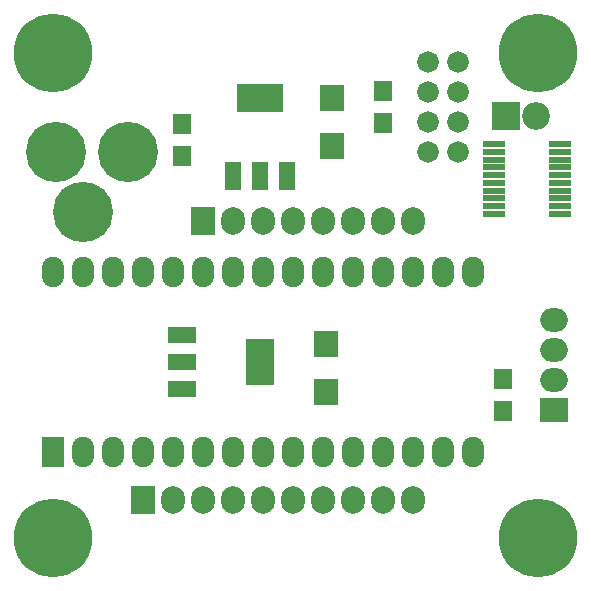
<source format=gbs>
G04 #@! TF.FileFunction,Soldermask,Bot*
%FSLAX46Y46*%
G04 Gerber Fmt 4.6, Leading zero omitted, Abs format (unit mm)*
G04 Created by KiCad (PCBNEW (after 2015-mar-04 BZR unknown)-product) date 7/24/2015 5:09:29 PM*
%MOMM*%
G01*
G04 APERTURE LIST*
%ADD10C,0.150000*%
%ADD11C,6.654800*%
%ADD12R,1.604800X1.804800*%
%ADD13R,2.004800X2.304800*%
%ADD14R,2.336800X2.032000*%
%ADD15O,2.336800X2.032000*%
%ADD16R,1.854800X0.554800*%
%ADD17R,3.962400X2.336800*%
%ADD18R,1.320800X2.336800*%
%ADD19R,1.879600X2.590800*%
%ADD20O,1.879600X2.590800*%
%ADD21R,2.336800X3.962400*%
%ADD22R,2.336800X1.320800*%
%ADD23C,5.105400*%
%ADD24C,1.828800*%
%ADD25R,2.032000X2.336800*%
%ADD26O,2.032000X2.336800*%
%ADD27R,2.336800X2.336800*%
%ADD28O,2.336800X2.336800*%
G04 APERTURE END LIST*
D10*
D11*
X14000000Y-55000000D03*
X55000000Y-55000000D03*
X55000000Y-14000000D03*
X14000000Y-14000000D03*
D12*
X41910000Y-17192000D03*
X41910000Y-19892000D03*
D13*
X37592000Y-17812000D03*
X37592000Y-21812000D03*
D14*
X56388000Y-44196000D03*
D15*
X56388000Y-41656000D03*
X56388000Y-39116000D03*
X56388000Y-36576000D03*
D16*
X56902000Y-21688000D03*
X56902000Y-22363000D03*
X56902000Y-23013000D03*
X56902000Y-23663000D03*
X56902000Y-24313000D03*
X56902000Y-24963000D03*
X56902000Y-25613000D03*
X56902000Y-26263000D03*
X56902000Y-26913000D03*
X56902000Y-27563000D03*
X51302000Y-27563000D03*
X51302000Y-26913000D03*
X51302000Y-26263000D03*
X51302000Y-25613000D03*
X51302000Y-24963000D03*
X51302000Y-24313000D03*
X51302000Y-23663000D03*
X51302000Y-23013000D03*
X51302000Y-22363000D03*
X51302000Y-21713000D03*
D17*
X31496000Y-17780000D03*
D18*
X31496000Y-24384000D03*
X29210000Y-24384000D03*
X33782000Y-24384000D03*
D19*
X13970000Y-47752000D03*
D20*
X16510000Y-47752000D03*
X19050000Y-47752000D03*
X21590000Y-47752000D03*
X24130000Y-47752000D03*
X26670000Y-47752000D03*
X29210000Y-47752000D03*
X31750000Y-47752000D03*
X34290000Y-47752000D03*
X36830000Y-47752000D03*
X39370000Y-47752000D03*
X41910000Y-47752000D03*
X44450000Y-47752000D03*
X46990000Y-47752000D03*
X49530000Y-47752000D03*
X49530000Y-32512000D03*
X46990000Y-32512000D03*
X44450000Y-32512000D03*
X41910000Y-32512000D03*
X39370000Y-32512000D03*
X36830000Y-32512000D03*
X34290000Y-32512000D03*
X31750000Y-32512000D03*
X29210000Y-32512000D03*
X26670000Y-32512000D03*
X24130000Y-32512000D03*
X21590000Y-32512000D03*
X19050000Y-32512000D03*
X16510000Y-32512000D03*
X13970000Y-32512000D03*
D12*
X24892000Y-22686000D03*
X24892000Y-19986000D03*
D13*
X37084000Y-38640000D03*
X37084000Y-42640000D03*
D12*
X52070000Y-41576000D03*
X52070000Y-44276000D03*
D21*
X31496000Y-40132000D03*
D22*
X24892000Y-40132000D03*
X24892000Y-37846000D03*
X24892000Y-42418000D03*
D23*
X14224000Y-22352000D03*
X20320000Y-22352000D03*
X16510000Y-27432000D03*
D24*
X48260000Y-22352000D03*
X45720000Y-22352000D03*
X48260000Y-19812000D03*
X45720000Y-19812000D03*
X48260000Y-17272000D03*
X45720000Y-17272000D03*
X48260000Y-14732000D03*
X45720000Y-14732000D03*
D25*
X21590000Y-51816000D03*
D26*
X24130000Y-51816000D03*
X26670000Y-51816000D03*
X29210000Y-51816000D03*
X31750000Y-51816000D03*
X34290000Y-51816000D03*
X36830000Y-51816000D03*
X39370000Y-51816000D03*
X41910000Y-51816000D03*
X44450000Y-51816000D03*
D25*
X26670000Y-28194000D03*
D26*
X29210000Y-28194000D03*
X31750000Y-28194000D03*
X34290000Y-28194000D03*
X36830000Y-28194000D03*
X39370000Y-28194000D03*
X41910000Y-28194000D03*
X44450000Y-28194000D03*
D27*
X52324000Y-19304000D03*
D28*
X54864000Y-19304000D03*
M02*

</source>
